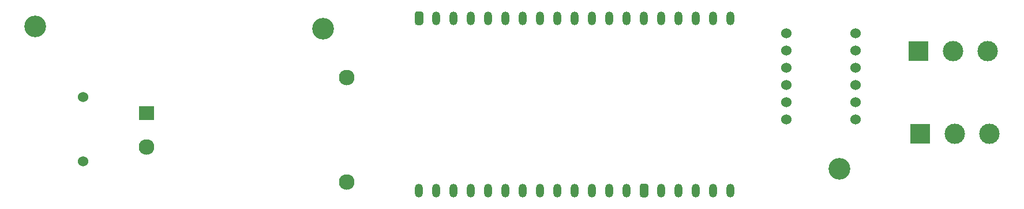
<source format=gbr>
%TF.GenerationSoftware,KiCad,Pcbnew,(5.1.12)-1*%
%TF.CreationDate,2021-12-25T08:53:35+00:00*%
%TF.ProjectId,ledDeviceServerEsp32Pio,6c656444-6576-4696-9365-536572766572,rev?*%
%TF.SameCoordinates,Original*%
%TF.FileFunction,Soldermask,Bot*%
%TF.FilePolarity,Negative*%
%FSLAX46Y46*%
G04 Gerber Fmt 4.6, Leading zero omitted, Abs format (unit mm)*
G04 Created by KiCad (PCBNEW (5.1.12)-1) date 2021-12-25 08:53:35*
%MOMM*%
%LPD*%
G01*
G04 APERTURE LIST*
%ADD10R,3.000000X3.000000*%
%ADD11C,3.000000*%
%ADD12C,3.200000*%
%ADD13C,1.524000*%
%ADD14C,2.300000*%
%ADD15R,2.300000X2.000000*%
%ADD16O,1.200000X2.000000*%
G04 APERTURE END LIST*
D10*
%TO.C,JStrip1*%
X148844000Y-22225000D03*
D11*
X153924000Y-22225000D03*
X159004000Y-22225000D03*
%TD*%
D12*
%TO.C,H1*%
X19240500Y-18605500D03*
%TD*%
%TO.C,H2*%
X61468000Y-18923000D03*
%TD*%
%TO.C,H3*%
X137287000Y-39624000D03*
%TD*%
D13*
%TO.C,JAC1*%
X26225500Y-28981000D03*
X26225500Y-38481000D03*
%TD*%
D11*
%TO.C,JStrip2*%
X159258000Y-34417000D03*
X154178000Y-34417000D03*
D10*
X149098000Y-34417000D03*
%TD*%
D14*
%TO.C,PS1*%
X64960000Y-26169000D03*
D15*
X35560000Y-31369000D03*
D14*
X35560000Y-36369000D03*
X64960000Y-41569000D03*
%TD*%
D16*
%TO.C,U1*%
X75567720Y-42795320D03*
X78107720Y-42795320D03*
X80647720Y-42795320D03*
X83187720Y-42795320D03*
X85727720Y-42795320D03*
X88267720Y-42795320D03*
X90807720Y-42795320D03*
X93347720Y-42795320D03*
X95887720Y-42795320D03*
X98427720Y-42795320D03*
X100967720Y-42795320D03*
X103507720Y-42795320D03*
X106047720Y-42795320D03*
G36*
G01*
X107987720Y-43495320D02*
X107987720Y-42095320D01*
G75*
G02*
X108287720Y-41795320I300000J0D01*
G01*
X108887720Y-41795320D01*
G75*
G02*
X109187720Y-42095320I0J-300000D01*
G01*
X109187720Y-43495320D01*
G75*
G02*
X108887720Y-43795320I-300000J0D01*
G01*
X108287720Y-43795320D01*
G75*
G02*
X107987720Y-43495320I0J300000D01*
G01*
G37*
X111127720Y-42795320D03*
X113667720Y-42795320D03*
X116207720Y-42795320D03*
X118747720Y-42795320D03*
X121287720Y-42795320D03*
X121285000Y-17399000D03*
X118745000Y-17399000D03*
X116207720Y-17395320D03*
X113667720Y-17395320D03*
X111127720Y-17395320D03*
X108587720Y-17395320D03*
X106047720Y-17395320D03*
X103507720Y-17395320D03*
X100967720Y-17395320D03*
X98427720Y-17395320D03*
X95887720Y-17395320D03*
X93347720Y-17395320D03*
X90807720Y-17395320D03*
X88267720Y-17395320D03*
X85727720Y-17395320D03*
X83187720Y-17395320D03*
X80647720Y-17395320D03*
X78107720Y-17395320D03*
G36*
G01*
X74967720Y-18095320D02*
X74967720Y-16695320D01*
G75*
G02*
X75267720Y-16395320I300000J0D01*
G01*
X75867720Y-16395320D01*
G75*
G02*
X76167720Y-16695320I0J-300000D01*
G01*
X76167720Y-18095320D01*
G75*
G02*
X75867720Y-18395320I-300000J0D01*
G01*
X75267720Y-18395320D01*
G75*
G02*
X74967720Y-18095320I0J300000D01*
G01*
G37*
%TD*%
D13*
%TO.C,U2*%
X139636500Y-32321500D03*
X129476500Y-32321500D03*
X139636500Y-29781500D03*
X129476500Y-29781500D03*
X139636500Y-22161500D03*
X129476500Y-22161500D03*
X139636500Y-19621500D03*
X129476500Y-19621500D03*
X139636500Y-27241500D03*
X129476500Y-27241500D03*
X139636500Y-24701500D03*
X129476500Y-24701500D03*
%TD*%
M02*

</source>
